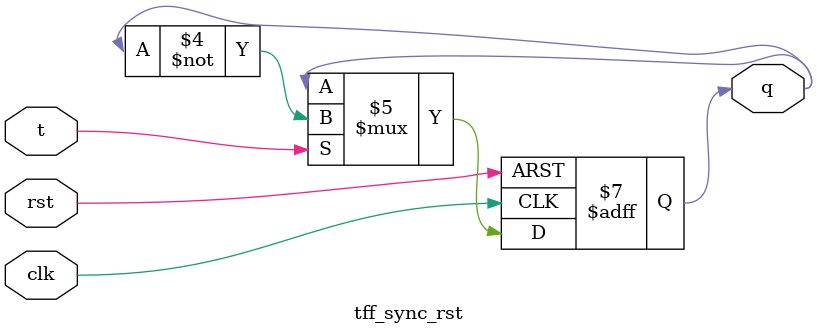
<source format=v>
module tff_sync_rst(clk, rst, t, q);
    input clk;
    input rst;
    input t;
    output reg q;

    always @(posedge clk or negedge rst) begin
        if(!rst) q <= 1'b0;
        else if (t == 1'b1) q <= ~q;
    end
endmodule
</source>
